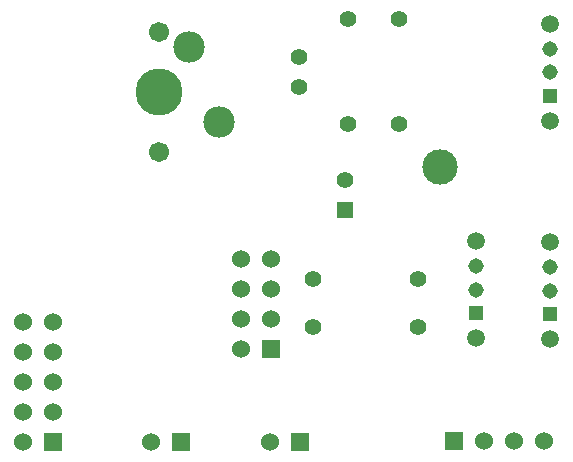
<source format=gbs>
G04 (created by PCBNEW (2013-jul-07)-stable) date jeu. 28 mai 2020 22:11:48 IST*
%MOIN*%
G04 Gerber Fmt 3.4, Leading zero omitted, Abs format*
%FSLAX34Y34*%
G01*
G70*
G90*
G04 APERTURE LIST*
%ADD10C,0.00590551*%
%ADD11R,0.06X0.06*%
%ADD12C,0.06*%
%ADD13C,0.055*%
%ADD14R,0.055X0.055*%
%ADD15C,0.11811*%
%ADD16C,0.105*%
%ADD17C,0.067*%
%ADD18C,0.157*%
%ADD19R,0.0514961X0.0514961*%
%ADD20C,0.0514961*%
%ADD21C,0.0590551*%
G04 APERTURE END LIST*
G54D10*
G54D11*
X1956Y-14952D03*
G54D12*
X956Y-14952D03*
X1956Y-13952D03*
X956Y-13952D03*
X1956Y-12952D03*
X956Y-12952D03*
X1956Y-11952D03*
X956Y-11952D03*
X1956Y-10952D03*
X956Y-10952D03*
G54D11*
X9240Y-11854D03*
G54D12*
X8240Y-11854D03*
X9240Y-10854D03*
X8240Y-10854D03*
X9240Y-9854D03*
X8240Y-9854D03*
X9240Y-8854D03*
X8240Y-8854D03*
G54D13*
X13503Y-4348D03*
X13503Y-848D03*
X14151Y-11141D03*
X10651Y-11141D03*
X14151Y-9527D03*
X10651Y-9527D03*
G54D14*
X11692Y-7232D03*
G54D13*
X11692Y-6232D03*
G54D11*
X15350Y-14921D03*
G54D12*
X16350Y-14921D03*
X17350Y-14921D03*
X18350Y-14921D03*
G54D11*
X6248Y-14960D03*
G54D12*
X5248Y-14960D03*
G54D11*
X10185Y-14960D03*
G54D12*
X9185Y-14960D03*
G54D15*
X14881Y-5787D03*
G54D16*
X7511Y-4307D03*
X6511Y-1807D03*
G54D17*
X5511Y-5307D03*
X5511Y-1307D03*
G54D18*
X5511Y-3307D03*
G54D19*
X18543Y-10708D03*
G54D20*
X18543Y-9921D03*
X18543Y-9133D03*
G54D21*
X18543Y-11535D03*
X18543Y-8307D03*
G54D19*
X16062Y-10669D03*
G54D20*
X16062Y-9881D03*
X16062Y-9094D03*
G54D21*
X16062Y-11496D03*
X16062Y-8267D03*
G54D19*
X18543Y-3425D03*
G54D20*
X18543Y-2637D03*
X18543Y-1850D03*
G54D21*
X18543Y-4251D03*
X18543Y-1023D03*
G54D13*
X11811Y-848D03*
X11811Y-4348D03*
X10157Y-3137D03*
X10157Y-2137D03*
M02*

</source>
